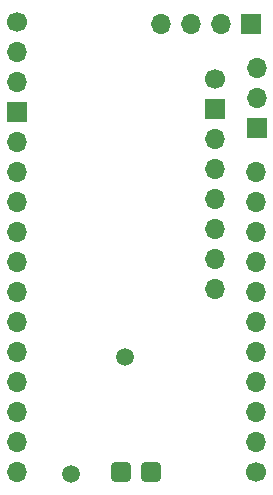
<source format=gbr>
%TF.GenerationSoftware,KiCad,Pcbnew,8.0.4*%
%TF.CreationDate,2024-08-29T19:37:47+02:00*%
%TF.ProjectId,wireless-wizard-wand,77697265-6c65-4737-932d-77697a617264,rev?*%
%TF.SameCoordinates,Original*%
%TF.FileFunction,Soldermask,Bot*%
%TF.FilePolarity,Negative*%
%FSLAX46Y46*%
G04 Gerber Fmt 4.6, Leading zero omitted, Abs format (unit mm)*
G04 Created by KiCad (PCBNEW 8.0.4) date 2024-08-29 19:37:47*
%MOMM*%
%LPD*%
G01*
G04 APERTURE LIST*
G04 Aperture macros list*
%AMFreePoly0*
4,1,25,-0.850000,0.425000,-0.829199,0.556332,-0.768832,0.674809,-0.674809,0.768832,-0.556332,0.829199,-0.425000,0.850000,0.425000,0.850000,0.556332,0.829199,0.674809,0.768832,0.768832,0.674809,0.829199,0.556332,0.850000,0.425000,0.850000,-0.425000,0.829199,-0.556332,0.768832,-0.674809,0.674809,-0.768832,0.556332,-0.829199,0.425000,-0.850000,-0.425000,-0.850000,-0.556332,-0.829199,
-0.674809,-0.768832,-0.768832,-0.674809,-0.829199,-0.556332,-0.850000,-0.425000,-0.850000,0.425000,-0.850000,0.425000,$1*%
G04 Aperture macros list end*
%ADD10R,1.700000X1.700000*%
%ADD11O,1.700000X1.700000*%
%ADD12C,1.700000*%
%ADD13FreePoly0,270.000000*%
%ADD14C,1.500000*%
G04 APERTURE END LIST*
D10*
%TO.C,J5*%
X103251000Y-30480000D03*
D11*
X100711000Y-30480000D03*
X98171000Y-30480000D03*
X95631000Y-30480000D03*
%TD*%
D12*
%TO.C,J2*%
X103700000Y-68360000D03*
D11*
X103700000Y-65820000D03*
X103700000Y-63280000D03*
X103700000Y-60740000D03*
X103700000Y-58200000D03*
X103700000Y-55660000D03*
X103700000Y-53120000D03*
X103700000Y-50580000D03*
X103700000Y-48040000D03*
X103700000Y-45500000D03*
X103700000Y-42960000D03*
%TD*%
D12*
%TO.C,J4*%
X100200000Y-35100000D03*
D10*
X100200000Y-37640000D03*
D11*
X100200000Y-40180000D03*
X100200000Y-42720000D03*
X100200000Y-45260000D03*
X100200000Y-47800000D03*
X100200000Y-50340000D03*
X100200000Y-52880000D03*
%TD*%
D10*
%TO.C,J6*%
X103759000Y-39243000D03*
D11*
X103759000Y-36703000D03*
X103759000Y-34163000D03*
%TD*%
D12*
%TO.C,J1*%
X83400000Y-30260000D03*
D11*
X83400000Y-32800000D03*
X83400000Y-35340000D03*
D10*
X83400000Y-37880000D03*
D11*
X83400000Y-40420000D03*
X83400000Y-42960000D03*
X83400000Y-45500000D03*
X83400000Y-48040000D03*
X83400000Y-50580000D03*
X83400000Y-53120000D03*
X83400000Y-55660000D03*
X83400000Y-58200000D03*
X83400000Y-60740000D03*
X83400000Y-63280000D03*
X83400000Y-65820000D03*
X83400000Y-68360000D03*
%TD*%
D13*
%TO.C,J3*%
X94800000Y-68385000D03*
X92260000Y-68385000D03*
%TD*%
D14*
%TO.C,TP1*%
X88000000Y-68600000D03*
%TD*%
%TO.C,TP2*%
X92600000Y-58700000D03*
%TD*%
M02*

</source>
